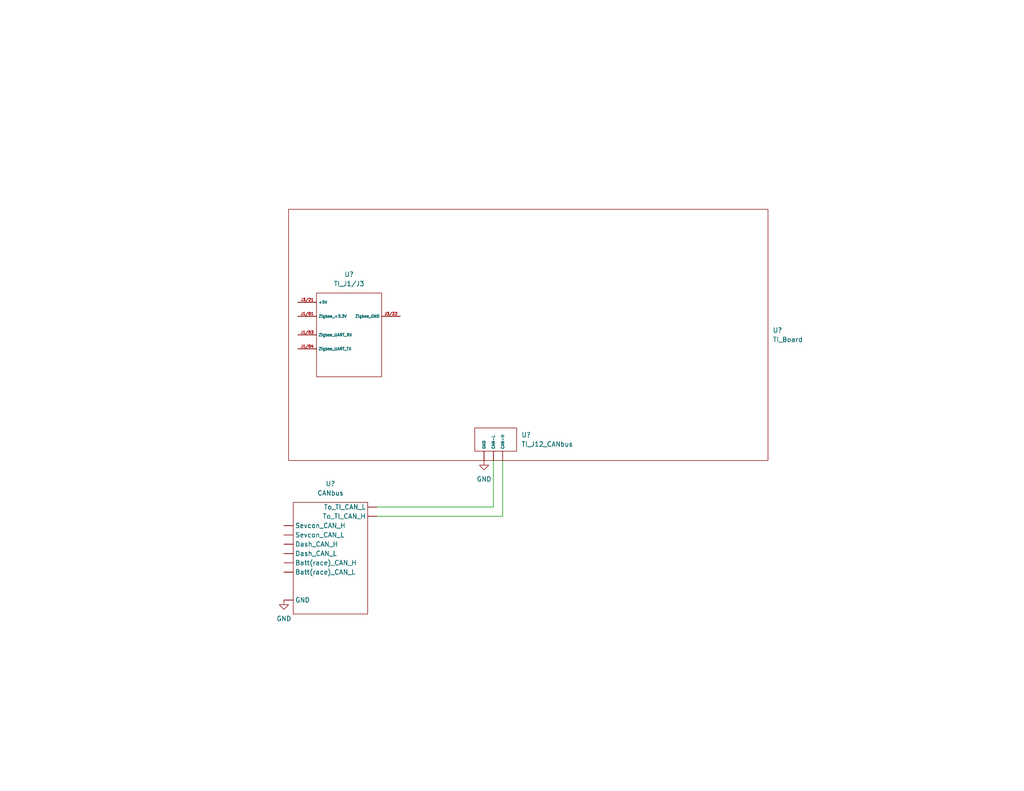
<source format=kicad_sch>
(kicad_sch (version 20211123) (generator eeschema)
  (paper "A")
  (title_block (date "2023-03-03"))
  (lib_symbols
    (symbol "Homssymbols:CANbus"
      (property "Reference" "U?" (at 20.32 17.78 0))
      (property "Value" "CANbus" (at 20.32 15.24 0))
      (symbol "CANbus_0_1"
        (rectangle (start 10.16 12.7) (end 30.48 -17.78))
      )
      (symbol "CANbus_1_1"
        (pin input line (at 7.62 -3.81 0) (length 2.54) (name "Batt(race)_CAN_H") (number ""))
        (pin input line (at 7.62 -6.35 0) (length 2.54) (name "Batt(race)_CAN_L") (number ""))
        (pin input line (at 7.62 1.27 0) (length 2.54) (name "Dash_CAN_H") (number ""))
        (pin input line (at 7.62 -1.27 0) (length 2.54) (name "Dash_CAN_L") (number ""))
        (pin input line (at 7.62 -13.97 0) (length 2.54) (name "GND") (number ""))
        (pin input line (at 7.62 6.35 0) (length 2.54) (name "Sevcon_CAN_H") (number ""))
        (pin input line (at 7.62 3.81 0) (length 2.54) (name "Sevcon_CAN_L") (number ""))
        (pin output line (at 33.02 8.89 180) (length 2.54) (name "To_TI_CAN_H") (number ""))
        (pin output line (at 33.02 11.43 180) (length 2.54) (name "To_TI_CAN_L") (number ""))
      )
    )
    (symbol "Homssymbols:TI_Board"
      (property "Reference" "U" (at -3.81 -6.35 0))
      (property "Value" "TI_Board" (at -8.89 -10.16 0))
      (symbol "TI_Board_0_1"
        (rectangle (start -55.88 30.48) (end 74.93 -38.1))
      )
    )
    (symbol "Homssymbols:TI_J12_CANbus"
      (property "Reference" "U?" (at 16.51 8.2551 0))
      (property "Value" "TI_J12_CANbus" (at 16.51 5.7151 0))
      (symbol "TI_J12_CANbus_0_1"
        (rectangle (start 15.24 3.81) (end 3.81 10.16))
      )
      (symbol "TI_J12_CANbus_1_1"
        (pin input line (at 11.43 1.27 90) (length 2.54) (name "CAN-H") (number ""))
        (pin input line (at 8.89 1.27 90) (length 2.54) (name "CAN-L") (number ""))
        (pin input line (at 6.35 1.27 90) (length 2.54) (name "GND") (number ""))
      )
    )
    (symbol "Homssymbols:TI_J1{slash}J3"
      (property "Reference" "U" (at 19.05 -5.08 0))
      (property "Value" "TI_J1{slash}J3" (at -1.27 -6.35 0))
      (symbol "TI_J1{slash}J3_0_1"
        (rectangle (start -20.32 35.56) (end -2.54 12.7))
      )
      (symbol "TI_J1{slash}J3_1_1"
        (pin input line (at -25.4 29.21 0) (length 5.08) (name "Zigbee_+3.3V") (number "J1/01"))
        (pin input line (at -25.4 24.13 0) (length 5.08) (name "Zigbee_UART_RX") (number "J1/03"))
        (pin input line (at -25.4 20.32 0) (length 5.08) (name "Zigbee_UART_TX") (number "J1/04"))
        (pin input line (at -25.4 33.02 0) (length 5.08) (name "+5V") (number "J3/21"))
        (pin input line (at 2.54 29.21 180) (length 5.08) (name "Zigbee_GND") (number "J3/22"))
      )
    )
    (symbol "power:GND" (power) (pin_names (offset 0))
      (property "Value" "GND" (at 0 -3.81 0))
      (symbol "GND_0_1"
        (polyline (pts (xy 0 0) (xy 0 -1.27) (xy 1.27 -1.27) (xy 0 -2.54) (xy -1.27 -1.27) (xy 0 -1.27)))
      )
      (symbol "GND_1_1"
        (pin power_in line (at 0 0 270) (length 0) hide (name "GND") (number "1"))
      )
    )
  )
  (wire (pts (xy 137.16 140.97) (xy 137.16 125.73)))
  (wire (pts (xy 102.87 138.43) (xy 134.62 138.43)))
  (wire (pts (xy 134.62 138.43) (xy 134.62 125.73)))
  (wire (pts (xy 102.87 140.97) (xy 137.16 140.97)))
  (symbol (lib_id "Homssymbols:TI_J12_CANbus") (at 125.73 127 0) (unit 1)
    (property "Reference" "U?" (at 142.24 118.7449 0) (effects (justify left)))
    (property "Value" "TI_J12_CANbus" (at 142.24 121.2849 0) (effects (justify left)))
  )
  (symbol (lib_id "Homssymbols:TI_Board") (at 134.62 87.63 0) (unit 1)
    (property "Reference" "U?" (at 210.82 90.1699 0) (effects (justify left)))
    (property "Value" "TI_Board" (at 210.82 92.7099 0) (effects (justify left)))
  )
  (symbol (lib_id "power:GND") (at 77.47 163.83 0) (unit 1)
    (property "Reference" "#PWR?" (effects hide))
    (property "Value" "GND" (at 77.47 168.91 0))
  )
  (symbol (lib_id "power:GND") (at 132.08 125.73 0) (unit 1)
    (property "Reference" "#PWR?" (effects hide))
    (property "Value" "GND" (at 132.08 130.81 0))
  )
  (symbol (lib_id "Homssymbols:CANbus") (at 69.85 149.86 0) (unit 1)
    (property "Reference" "U?" (at 90.17 132.08 0))
    (property "Value" "CANbus" (at 90.17 134.62 0))
  )
  (symbol (lib_id "Homssymbols:TI_J1{slash}J3") (at 106.68 115.57 0) (unit 1)
    (property "Reference" "U?" (at 95.25 74.93 0))
    (property "Value" "TI_J1/J3" (at 95.25 77.47 0))
  )
)
</source>
